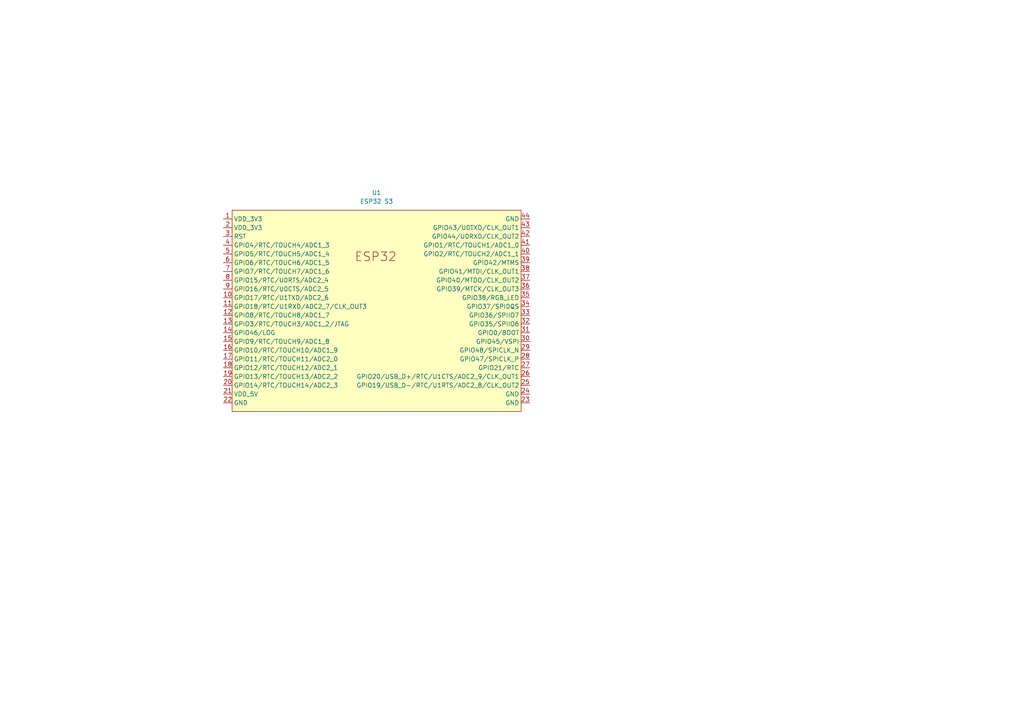
<source format=kicad_sch>
(kicad_sch (version 20250114) (generator "eeschema") (generator_version "9.0")
  (paper "A4")
  (title_block (title "Placa principal (ECU)") (date "2026-01-06") (rev "0.1") (company "UTN"))
  (lib_symbols
    (symbol "FSAE_Kicad_Symbols.pretty:ESP32 S3"
      (property "Reference" "U" (at -41.656 32.512 0))
      (property "Value" "ESP32 S3" (at -41.656 30.48 0))
      (symbol "ESP32 S3_0_0"
        (text "ESP32" (at -0.254 15.748 0) (effects (font (size 2.54 2.54))))
      )
      (symbol "ESP32 S3_0_1"
        (rectangle (start -41.91 29.21) (end 41.91 -29.21) (fill (type background)))
      )
      (symbol "ESP32 S3_1_1"
        (pin power_out line (at -44.45 26.67 0) (length 2.54) (name "VDD_3V3") (number "1"))
        (pin power_out line (at -44.45 24.13 0) (length 2.54) (name "VDD_3V3") (number "2"))
        (pin input line (at -44.45 21.59 0) (length 2.54) (name "RST") (number "3"))
        (pin bidirectional line (at -44.45 19.05 0) (length 2.54) (name "GPIO4/RTC/TOUCH4/ADC1_3") (number "4"))
        (pin bidirectional line (at -44.45 16.51 0) (length 2.54) (name "GPIO5/RTC/TOUCH5/ADC1_4") (number "5"))
        (pin bidirectional line (at -44.45 13.97 0) (length 2.54) (name "GPIO6/RTC/TOUCH6/ADC1_5") (number "6"))
        (pin bidirectional line (at -44.45 11.43 0) (length 2.54) (name "GPIO7/RTC/TOUCH7/ADC1_6") (number "7"))
        (pin bidirectional line (at -44.45 8.89 0) (length 2.54) (name "GPIO15/RTC/U0RTS/ADC2_4") (number "8"))
        (pin bidirectional line (at -44.45 6.35 0) (length 2.54) (name "GPIO16/RTC/U0CTS/ADC2_5") (number "9"))
        (pin bidirectional line (at -44.45 3.81 0) (length 2.54) (name "GPIO17/RTC/U1TXD/ADC2_6") (number "10"))
        (pin bidirectional line (at -44.45 1.27 0) (length 2.54) (name "GPIO18/RTC/U1RXD/ADC2_7/CLK_OUT3") (number "11"))
        (pin bidirectional line (at -44.45 -1.27 0) (length 2.54) (name "GPIO8/RTC/TOUCH8/ADC1_7") (number "12"))
        (pin bidirectional line (at -44.45 -3.81 0) (length 2.54) (name "GPIO3/RTC/TOUCH3/ADC1_2/JTAG") (number "13"))
        (pin bidirectional line (at -44.45 -6.35 0) (length 2.54) (name "GPIO46/LOG") (number "14"))
        (pin bidirectional line (at -44.45 -8.89 0) (length 2.54) (name "GPIO9/RTC/TOUCH9/ADC1_8") (number "15"))
        (pin bidirectional line (at -44.45 -11.43 0) (length 2.54) (name "GPIO10/RTC/TOUCH10/ADC1_9") (number "16"))
        (pin bidirectional line (at -44.45 -13.97 0) (length 2.54) (name "GPIO11/RTC/TOUCH11/ADC2_0") (number "17"))
        (pin bidirectional line (at -44.45 -16.51 0) (length 2.54) (name "GPIO12/RTC/TOUCH12/ADC2_1") (number "18"))
        (pin bidirectional line (at -44.45 -19.05 0) (length 2.54) (name "GPIO13/RTC/TOUCH13/ADC2_2") (number "19"))
        (pin bidirectional line (at -44.45 -21.59 0) (length 2.54) (name "GPIO14/RTC/TOUCH14/ADC2_3") (number "20"))
        (pin power_out line (at -44.45 -24.13 0) (length 2.54) (name "VDD_5V") (number "21"))
        (pin power_out line (at -44.45 -26.67 0) (length 2.54) (name "GND") (number "22"))
        (pin power_out line (at 44.45 26.67 180) (length 2.54) (name "GND") (number "44"))
        (pin bidirectional line (at 44.45 24.13 180) (length 2.54) (name "GPIO43/U0TXD/CLK_OUT1") (number "43"))
        (pin bidirectional line (at 44.45 21.59 180) (length 2.54) (name "GPIO44/U0RXD/CLK_OUT2") (number "42"))
        (pin bidirectional line (at 44.45 19.05 180) (length 2.54) (name "GPIO1/RTC/TOUCH1/ADC1_0") (number "41"))
        (pin bidirectional line (at 44.45 16.51 180) (length 2.54) (name "GPIO2/RTC/TOUCH2/ADC1_1") (number "40"))
        (pin bidirectional line (at 44.45 13.97 180) (length 2.54) (name "GPIO42/MTMS") (number "39"))
        (pin bidirectional line (at 44.45 11.43 180) (length 2.54) (name "GPIO41/MTDI/CLK_OUT1") (number "38"))
        (pin bidirectional line (at 44.45 8.89 180) (length 2.54) (name "GPIO40/MTDO/CLK_OUT2") (number "37"))
        (pin bidirectional line (at 44.45 6.35 180) (length 2.54) (name "GPIO39/MTCK/CLK_OUT3") (number "36"))
        (pin bidirectional line (at 44.45 3.81 180) (length 2.54) (name "GPIO38/RGB_LED") (number "35"))
        (pin bidirectional line (at 44.45 1.27 180) (length 2.54) (name "GPIO37/SPIDQS") (number "34"))
        (pin bidirectional line (at 44.45 -1.27 180) (length 2.54) (name "GPIO36/SPIIO7") (number "33"))
        (pin bidirectional line (at 44.45 -3.81 180) (length 2.54) (name "GPIO35/SPIIO6") (number "32"))
        (pin bidirectional line (at 44.45 -6.35 180) (length 2.54) (name "GPIO0/BOOT") (number "31"))
        (pin bidirectional line (at 44.45 -8.89 180) (length 2.54) (name "GPIO45/VSPI") (number "30"))
        (pin bidirectional line (at 44.45 -11.43 180) (length 2.54) (name "GPIO48/SPICLK_N") (number "29"))
        (pin bidirectional line (at 44.45 -13.97 180) (length 2.54) (name "GPIO47/SPICLK_P") (number "28"))
        (pin bidirectional line (at 44.45 -16.51 180) (length 2.54) (name "GPIO21/RTC") (number "27"))
        (pin bidirectional line (at 44.45 -19.05 180) (length 2.54) (name "GPIO20/USB_D+/RTC/U1CTS/ADC2_9/CLK_OUT1") (number "26"))
        (pin input line (at 44.45 -21.59 180) (length 2.54) (name "GPIO19/USB_D-/RTC/U1RTS/ADC2_8/CLK_OUT2") (number "25"))
        (pin power_out line (at 44.45 -24.13 180) (length 2.54) (name "GND") (number "24"))
        (pin power_out line (at 44.45 -26.67 180) (length 2.54) (name "GND") (number "23"))
      )
    )
  )
  (symbol (lib_id "FSAE_Kicad_Symbols.pretty:ESP32 S3") (at 109.22 90.17 0) (unit 1)
    (property "Reference" "U1" (at 109.22 55.88 0))
    (property "Value" "ESP32 S3" (at 109.22 58.42 0))
    (property "Footprint" "FSAE_Kicad_Footprints:ESP32 S3" (effects (hide yes)))
    (property "Datasheet" "https://www.espressif.com/sites/default/files/documentation/esp32_datasheet_en.pdf" (effects (hide yes)))
    (property "Description" "ESP32 is a single 2.4 GHz Wi-Fi-and-Bluetooth combo chip designed with the TSMC ultra-low-power 40 nmtechnology." (effects (hide yes)))
  )
)
</source>
